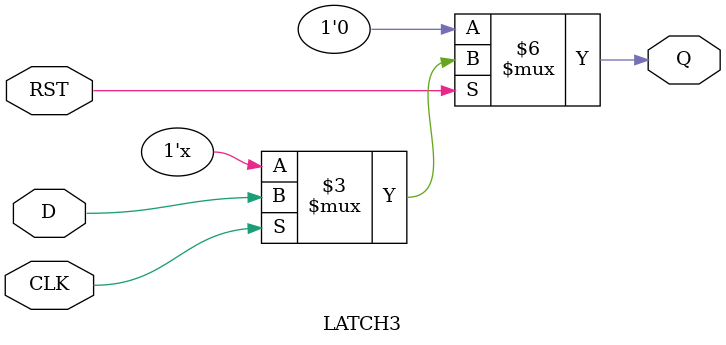
<source format=v>

/* teacher's code */
module LATCH(CLK, D, Q);
	output reg Q;
	input CLK, D;
	always@(D or CLK) begin
		if(CLK) Q<=D;
	end
endmodule

/* 锁存器定义
* 当CLK位高电平时，输出Q才随D输入的数据而改变
* 而当CLK位低电平时将保存其在高电平时锁入的数据。这就意味着需要引入储存元件于设计模式中。
*/

/* 含清零控制的锁存器 */
module LATCH2(CLK, D, Q, RST);
	output Q;
	input CLK, D, RST;
	assign Q=(!RST) ? 0:(CLK ? D:Q);
endmodule

module LATCH3(CLK, D, Q, RST);
	output Q;
	input CLK, D, RST;
	reg Q;
	always@(D or CLK or RST) begin
		if(!RST) Q<=0;
		else if(CLK) Q<=D;
	end
endmodule



/* 同步和异步
* 异步时序电路的Verilog表述特点
* 时钟过程表述的特点和规律 
*/

/* 同步
在数字电路中，同步是指输入信号和时钟有关，输入信号依赖于时钟*/
/*异步
异步是指输入信号和时钟无关，输入信号不依赖与时钟*/

/* 异步时序电路在verilog表述中，没有单一主控时钟。
*/

/* 信号的边缘敏感，信号的电平敏感 */
/* 控制信号， 变量类型的信号 */

/* 边沿触发型时序模块的Verilog设计，可以遵循以下几个规律*/

/*
* （1）如果将信号A定义为边缘敏感时钟信号，则必须在敏感信号列表中给出对应的表述，如possdge A或negedge A; 但在always过程结构中不能再出现信号A了。
* （2）若将信号B定义位对应与时钟的电平敏感信号的异步控制信号(或仅仅时异步输入信号），则除了在敏感信号表中给出对应的表述外，在always过程结构中必须表明信号B的逻辑行为。
* （3）若某信号定义为对应时钟的同步控制信号（或仅仅是同步输入信号），则绝不可以以任何形式出现在敏感信号表中。
* （4）敏感信号列表中不允许出现混合信号。敏感信号表一旦含有posedge或者negedge的边缘信号后，所有器它普通变量都不能放在敏感信号表中。
*      eeror eg. always@(posedge CLK or RST) 或 always@(posedge CLK or negedge RST or A)
* （5）若定义某变量为异步低电平敏感信号，则在if条件语句中应该对敏感信号表中有匹配的表述。
* （6）不允许在敏感信号表中定义除了异步时序控制信号以外的信号。
*/





</source>
